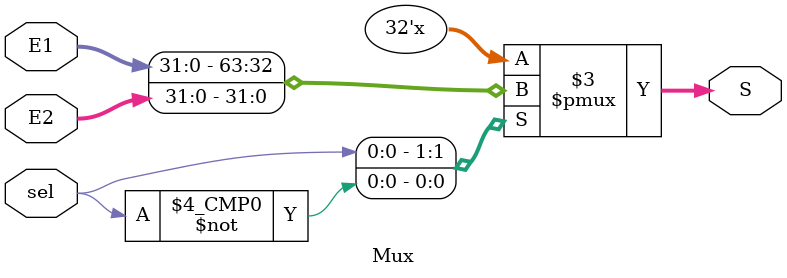
<source format=v>
`timescale 1ps/1ps
module Mux(
    input [31:0]E1,
    input [31:0]E2,
    input sel,
    output reg [31:0]S
);
initial begin
    S<=31'd0;
end
always @* 
begin
    case (sel)
        1:
        begin
            S<=E1;    
        end 
        0:
        begin
            S<=E2;
        end
    endcase    
end
endmodule
</source>
